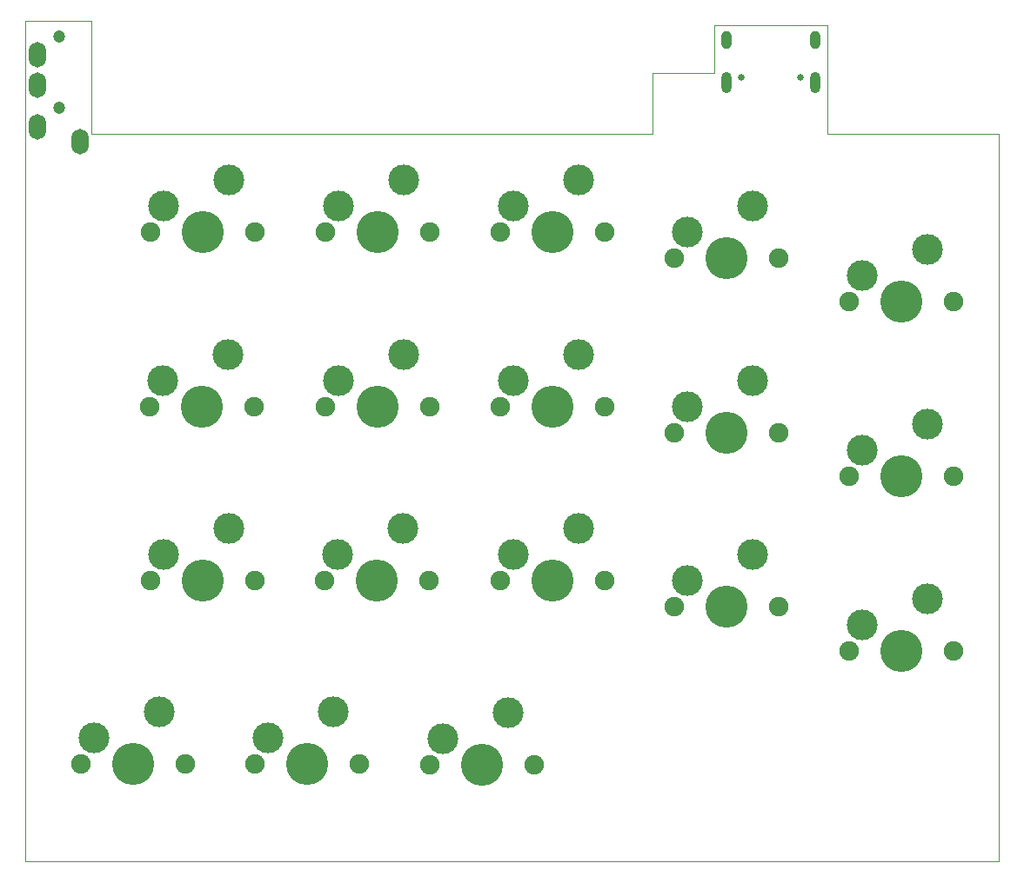
<source format=gts>
%TF.GenerationSoftware,KiCad,Pcbnew,(6.0.9)*%
%TF.CreationDate,2023-01-09T12:39:33+09:00*%
%TF.ProjectId,split-mini__right,73706c69-742d-46d6-996e-695f5f726967,rev?*%
%TF.SameCoordinates,Original*%
%TF.FileFunction,Soldermask,Top*%
%TF.FilePolarity,Negative*%
%FSLAX46Y46*%
G04 Gerber Fmt 4.6, Leading zero omitted, Abs format (unit mm)*
G04 Created by KiCad (PCBNEW (6.0.9)) date 2023-01-09 12:39:33*
%MOMM*%
%LPD*%
G01*
G04 APERTURE LIST*
%TA.AperFunction,Profile*%
%ADD10C,0.100000*%
%TD*%
%ADD11C,1.900000*%
%ADD12C,3.000000*%
%ADD13C,4.100000*%
%ADD14C,0.650000*%
%ADD15O,1.000000X1.800000*%
%ADD16O,1.000000X2.100000*%
%ADD17C,1.200000*%
%ADD18O,1.700000X2.500000*%
G04 APERTURE END LIST*
D10*
X90236197Y-19693424D02*
X101236197Y-19693424D01*
X117950000Y-101175000D02*
X23150000Y-101175000D01*
X117950000Y-30325000D02*
X117950000Y-101175000D01*
X23150000Y-101175000D02*
X23150000Y-19325000D01*
X29650000Y-30325000D02*
X84236197Y-30325000D01*
X29650000Y-19325000D02*
X29650000Y-30325000D01*
X84236197Y-30325000D02*
X84236197Y-24325000D01*
X101236197Y-19693424D02*
X101236197Y-30325000D01*
X84236197Y-24325000D02*
X90236197Y-24325000D01*
X90236197Y-24325000D02*
X90236197Y-19693424D01*
X101236197Y-30325000D02*
X117950000Y-30325000D01*
X23150000Y-19325000D02*
X29650000Y-19325000D01*
D11*
%TO.C,SW13*%
X79530000Y-73850000D03*
X69370000Y-73850000D03*
D12*
X70640000Y-71310000D03*
X76990000Y-68770000D03*
D13*
X74450000Y-73850000D03*
%TD*%
D11*
%TO.C,SW15*%
X113530000Y-80650000D03*
D13*
X108450000Y-80650000D03*
D12*
X104640000Y-78110000D03*
D11*
X103370000Y-80650000D03*
D12*
X110990000Y-75570000D03*
%TD*%
D11*
%TO.C,SW7*%
X52355000Y-56855000D03*
X62515000Y-56855000D03*
D12*
X59975000Y-51775000D03*
D13*
X57435000Y-56855000D03*
D12*
X53625000Y-54315000D03*
%TD*%
D11*
%TO.C,SW3*%
X69370000Y-39825000D03*
D12*
X70640000Y-37285000D03*
D13*
X74450000Y-39825000D03*
D12*
X76990000Y-34745000D03*
D11*
X79530000Y-39825000D03*
%TD*%
D12*
%TO.C,SW6*%
X42940000Y-51770000D03*
D11*
X35320000Y-56850000D03*
D13*
X40400000Y-56850000D03*
D11*
X45480000Y-56850000D03*
D12*
X36590000Y-54310000D03*
%TD*%
%TO.C,SW17*%
X53190000Y-86620000D03*
D11*
X45570000Y-91700000D03*
D13*
X50650000Y-91700000D03*
D12*
X46840000Y-89160000D03*
D11*
X55730000Y-91700000D03*
%TD*%
D12*
%TO.C,SW14*%
X93975000Y-71310000D03*
X87625000Y-73850000D03*
D13*
X91435000Y-76390000D03*
D11*
X96515000Y-76390000D03*
X86355000Y-76390000D03*
%TD*%
D12*
%TO.C,SW9*%
X87640000Y-56835000D03*
D13*
X91450000Y-59375000D03*
D12*
X93990000Y-54295000D03*
D11*
X96530000Y-59375000D03*
X86370000Y-59375000D03*
%TD*%
D12*
%TO.C,SW8*%
X70640000Y-54310000D03*
D11*
X69370000Y-56850000D03*
D13*
X74450000Y-56850000D03*
D12*
X76990000Y-51770000D03*
D11*
X79530000Y-56850000D03*
%TD*%
%TO.C,SW10*%
X113530000Y-63650000D03*
D13*
X108450000Y-63650000D03*
D11*
X103370000Y-63650000D03*
D12*
X104640000Y-61110000D03*
X110990000Y-58570000D03*
%TD*%
D13*
%TO.C,SW11*%
X40450000Y-73850000D03*
D12*
X36640000Y-71310000D03*
D11*
X45530000Y-73850000D03*
D12*
X42990000Y-68770000D03*
D11*
X35370000Y-73850000D03*
%TD*%
%TO.C,SW1*%
X35370000Y-39825000D03*
X45530000Y-39825000D03*
D12*
X36640000Y-37285000D03*
X42990000Y-34745000D03*
D13*
X40450000Y-39825000D03*
%TD*%
D12*
%TO.C,SW12*%
X53615000Y-71310000D03*
D11*
X62505000Y-73850000D03*
D12*
X59965000Y-68770000D03*
D11*
X52345000Y-73850000D03*
D13*
X57425000Y-73850000D03*
%TD*%
D11*
%TO.C,SW5*%
X113555000Y-46650000D03*
X103395000Y-46650000D03*
D12*
X111015000Y-41570000D03*
X104665000Y-44110000D03*
D13*
X108475000Y-46650000D03*
%TD*%
D11*
%TO.C,SW2*%
X52395000Y-39850000D03*
D13*
X57475000Y-39850000D03*
D12*
X60015000Y-34770000D03*
X53665000Y-37310000D03*
D11*
X62555000Y-39850000D03*
%TD*%
%TO.C,SW16*%
X28570000Y-91700000D03*
D12*
X36190000Y-86620000D03*
D11*
X38730000Y-91700000D03*
D12*
X29840000Y-89160000D03*
D13*
X33650000Y-91700000D03*
%TD*%
%TO.C,SW4*%
X91450000Y-42400000D03*
D11*
X96530000Y-42400000D03*
X86370000Y-42400000D03*
D12*
X87640000Y-39860000D03*
X93990000Y-37320000D03*
%TD*%
D11*
%TO.C,SW18*%
X62570000Y-91725000D03*
D12*
X70190000Y-86645000D03*
X63840000Y-89185000D03*
D11*
X72730000Y-91725000D03*
D13*
X67650000Y-91725000D03*
%TD*%
D14*
%TO.C,J1*%
X92860000Y-24790000D03*
X98640000Y-24790000D03*
D15*
X100070000Y-21110000D03*
D16*
X91430000Y-25290000D03*
X100070000Y-25290000D03*
D15*
X91430000Y-21110000D03*
%TD*%
D17*
%TO.C,J2*%
X26450000Y-27775000D03*
X26450000Y-20775000D03*
D18*
X28550000Y-31075000D03*
X24350000Y-22575000D03*
X24350000Y-25575000D03*
X24350000Y-29575000D03*
%TD*%
M02*

</source>
